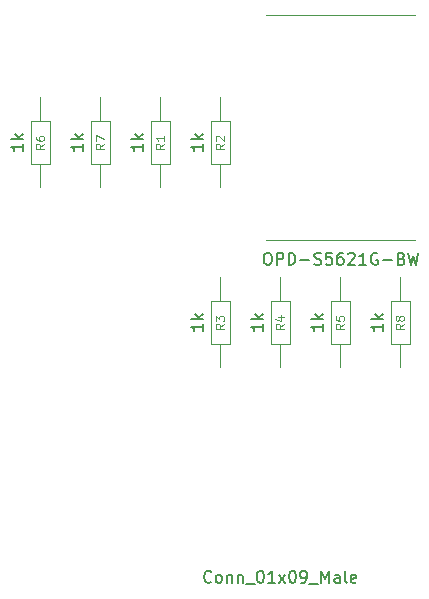
<source format=gbr>
%TF.GenerationSoftware,KiCad,Pcbnew,5.1.4-3.fc31*%
%TF.CreationDate,2019-11-08T16:10:22+01:00*%
%TF.ProjectId,LED_display,4c45445f-6469-4737-906c-61792e6b6963,rev?*%
%TF.SameCoordinates,PX76b1be0PY76b1be0*%
%TF.FileFunction,Other,Fab,Top*%
%FSLAX46Y46*%
G04 Gerber Fmt 4.6, Leading zero omitted, Abs format (unit mm)*
G04 Created by KiCad (PCBNEW 5.1.4-3.fc31) date 2019-11-08 16:10:22*
%MOMM*%
%LPD*%
G04 APERTURE LIST*
%ADD10C,0.100000*%
%ADD11C,0.120000*%
%ADD12C,0.150000*%
%ADD13C,0.108000*%
G04 APERTURE END LIST*
D10*
%TO.C,R1*%
X15240000Y35560000D02*
X15240000Y37570000D01*
X15240000Y43180000D02*
X15240000Y41170000D01*
X16040000Y37570000D02*
X16040000Y41170000D01*
X14440000Y37570000D02*
X16040000Y37570000D01*
X14440000Y41170000D02*
X14440000Y37570000D01*
X16040000Y41170000D02*
X14440000Y41170000D01*
%TO.C,R2*%
X20320000Y35560000D02*
X20320000Y37570000D01*
X20320000Y43180000D02*
X20320000Y41170000D01*
X21120000Y37570000D02*
X21120000Y41170000D01*
X19520000Y37570000D02*
X21120000Y37570000D01*
X19520000Y41170000D02*
X19520000Y37570000D01*
X21120000Y41170000D02*
X19520000Y41170000D01*
%TO.C,R3*%
X20320000Y20320000D02*
X20320000Y22330000D01*
X20320000Y27940000D02*
X20320000Y25930000D01*
X21120000Y22330000D02*
X21120000Y25930000D01*
X19520000Y22330000D02*
X21120000Y22330000D01*
X19520000Y25930000D02*
X19520000Y22330000D01*
X21120000Y25930000D02*
X19520000Y25930000D01*
%TO.C,R4*%
X25400000Y20320000D02*
X25400000Y22330000D01*
X25400000Y27940000D02*
X25400000Y25930000D01*
X26200000Y22330000D02*
X26200000Y25930000D01*
X24600000Y22330000D02*
X26200000Y22330000D01*
X24600000Y25930000D02*
X24600000Y22330000D01*
X26200000Y25930000D02*
X24600000Y25930000D01*
%TO.C,R5*%
X30480000Y20320000D02*
X30480000Y22330000D01*
X30480000Y27940000D02*
X30480000Y25930000D01*
X31280000Y22330000D02*
X31280000Y25930000D01*
X29680000Y22330000D02*
X31280000Y22330000D01*
X29680000Y25930000D02*
X29680000Y22330000D01*
X31280000Y25930000D02*
X29680000Y25930000D01*
%TO.C,R6*%
X5080000Y35560000D02*
X5080000Y37570000D01*
X5080000Y43180000D02*
X5080000Y41170000D01*
X5880000Y37570000D02*
X5880000Y41170000D01*
X4280000Y37570000D02*
X5880000Y37570000D01*
X4280000Y41170000D02*
X4280000Y37570000D01*
X5880000Y41170000D02*
X4280000Y41170000D01*
%TO.C,R7*%
X10160000Y35560000D02*
X10160000Y37570000D01*
X10160000Y43180000D02*
X10160000Y41170000D01*
X10960000Y37570000D02*
X10960000Y41170000D01*
X9360000Y37570000D02*
X10960000Y37570000D01*
X9360000Y41170000D02*
X9360000Y37570000D01*
X10960000Y41170000D02*
X9360000Y41170000D01*
%TO.C,R8*%
X35560000Y20320000D02*
X35560000Y22330000D01*
X35560000Y27940000D02*
X35560000Y25930000D01*
X36360000Y22330000D02*
X36360000Y25930000D01*
X34760000Y22330000D02*
X36360000Y22330000D01*
X34760000Y25930000D02*
X34760000Y22330000D01*
X36360000Y25930000D02*
X34760000Y25930000D01*
D11*
%TO.C,U1*%
X24179200Y50140000D02*
X36779200Y50140000D01*
X24179200Y31140400D02*
X36779200Y31140400D01*
%TD*%
%TO.C,J1*%
D12*
X19566666Y2182858D02*
X19519047Y2135239D01*
X19376190Y2087620D01*
X19280952Y2087620D01*
X19138095Y2135239D01*
X19042857Y2230477D01*
X18995238Y2325715D01*
X18947619Y2516191D01*
X18947619Y2659048D01*
X18995238Y2849524D01*
X19042857Y2944762D01*
X19138095Y3040000D01*
X19280952Y3087620D01*
X19376190Y3087620D01*
X19519047Y3040000D01*
X19566666Y2992381D01*
X20138095Y2087620D02*
X20042857Y2135239D01*
X19995238Y2182858D01*
X19947619Y2278096D01*
X19947619Y2563810D01*
X19995238Y2659048D01*
X20042857Y2706667D01*
X20138095Y2754286D01*
X20280952Y2754286D01*
X20376190Y2706667D01*
X20423809Y2659048D01*
X20471428Y2563810D01*
X20471428Y2278096D01*
X20423809Y2182858D01*
X20376190Y2135239D01*
X20280952Y2087620D01*
X20138095Y2087620D01*
X20900000Y2754286D02*
X20900000Y2087620D01*
X20900000Y2659048D02*
X20947619Y2706667D01*
X21042857Y2754286D01*
X21185714Y2754286D01*
X21280952Y2706667D01*
X21328571Y2611429D01*
X21328571Y2087620D01*
X21804761Y2754286D02*
X21804761Y2087620D01*
X21804761Y2659048D02*
X21852380Y2706667D01*
X21947619Y2754286D01*
X22090476Y2754286D01*
X22185714Y2706667D01*
X22233333Y2611429D01*
X22233333Y2087620D01*
X22471428Y1992381D02*
X23233333Y1992381D01*
X23661904Y3087620D02*
X23757142Y3087620D01*
X23852380Y3040000D01*
X23900000Y2992381D01*
X23947619Y2897143D01*
X23995238Y2706667D01*
X23995238Y2468572D01*
X23947619Y2278096D01*
X23900000Y2182858D01*
X23852380Y2135239D01*
X23757142Y2087620D01*
X23661904Y2087620D01*
X23566666Y2135239D01*
X23519047Y2182858D01*
X23471428Y2278096D01*
X23423809Y2468572D01*
X23423809Y2706667D01*
X23471428Y2897143D01*
X23519047Y2992381D01*
X23566666Y3040000D01*
X23661904Y3087620D01*
X24947619Y2087620D02*
X24376190Y2087620D01*
X24661904Y2087620D02*
X24661904Y3087620D01*
X24566666Y2944762D01*
X24471428Y2849524D01*
X24376190Y2801905D01*
X25280952Y2087620D02*
X25804761Y2754286D01*
X25280952Y2754286D02*
X25804761Y2087620D01*
X26376190Y3087620D02*
X26471428Y3087620D01*
X26566666Y3040000D01*
X26614285Y2992381D01*
X26661904Y2897143D01*
X26709523Y2706667D01*
X26709523Y2468572D01*
X26661904Y2278096D01*
X26614285Y2182858D01*
X26566666Y2135239D01*
X26471428Y2087620D01*
X26376190Y2087620D01*
X26280952Y2135239D01*
X26233333Y2182858D01*
X26185714Y2278096D01*
X26138095Y2468572D01*
X26138095Y2706667D01*
X26185714Y2897143D01*
X26233333Y2992381D01*
X26280952Y3040000D01*
X26376190Y3087620D01*
X27185714Y2087620D02*
X27376190Y2087620D01*
X27471428Y2135239D01*
X27519047Y2182858D01*
X27614285Y2325715D01*
X27661904Y2516191D01*
X27661904Y2897143D01*
X27614285Y2992381D01*
X27566666Y3040000D01*
X27471428Y3087620D01*
X27280952Y3087620D01*
X27185714Y3040000D01*
X27138095Y2992381D01*
X27090476Y2897143D01*
X27090476Y2659048D01*
X27138095Y2563810D01*
X27185714Y2516191D01*
X27280952Y2468572D01*
X27471428Y2468572D01*
X27566666Y2516191D01*
X27614285Y2563810D01*
X27661904Y2659048D01*
X27852380Y1992381D02*
X28614285Y1992381D01*
X28852380Y2087620D02*
X28852380Y3087620D01*
X29185714Y2373334D01*
X29519047Y3087620D01*
X29519047Y2087620D01*
X30423809Y2087620D02*
X30423809Y2611429D01*
X30376190Y2706667D01*
X30280952Y2754286D01*
X30090476Y2754286D01*
X29995238Y2706667D01*
X30423809Y2135239D02*
X30328571Y2087620D01*
X30090476Y2087620D01*
X29995238Y2135239D01*
X29947619Y2230477D01*
X29947619Y2325715D01*
X29995238Y2420953D01*
X30090476Y2468572D01*
X30328571Y2468572D01*
X30423809Y2516191D01*
X31042857Y2087620D02*
X30947619Y2135239D01*
X30900000Y2230477D01*
X30900000Y3087620D01*
X31804761Y2135239D02*
X31709523Y2087620D01*
X31519047Y2087620D01*
X31423809Y2135239D01*
X31376190Y2230477D01*
X31376190Y2611429D01*
X31423809Y2706667D01*
X31519047Y2754286D01*
X31709523Y2754286D01*
X31804761Y2706667D01*
X31852380Y2611429D01*
X31852380Y2516191D01*
X31376190Y2420953D01*
%TO.C,R1*%
X13772380Y39250953D02*
X13772380Y38679524D01*
X13772380Y38965239D02*
X12772380Y38965239D01*
X12915238Y38870000D01*
X13010476Y38774762D01*
X13058095Y38679524D01*
X13772380Y39679524D02*
X12772380Y39679524D01*
X13391428Y39774762D02*
X13772380Y40060477D01*
X13105714Y40060477D02*
X13486666Y39679524D01*
D13*
X15565714Y39250000D02*
X15222857Y39010000D01*
X15565714Y38838572D02*
X14845714Y38838572D01*
X14845714Y39112858D01*
X14880000Y39181429D01*
X14914285Y39215715D01*
X14982857Y39250000D01*
X15085714Y39250000D01*
X15154285Y39215715D01*
X15188571Y39181429D01*
X15222857Y39112858D01*
X15222857Y38838572D01*
X15565714Y39935715D02*
X15565714Y39524286D01*
X15565714Y39730000D02*
X14845714Y39730000D01*
X14948571Y39661429D01*
X15017142Y39592858D01*
X15051428Y39524286D01*
%TO.C,R2*%
D12*
X18852380Y39250953D02*
X18852380Y38679524D01*
X18852380Y38965239D02*
X17852380Y38965239D01*
X17995238Y38870000D01*
X18090476Y38774762D01*
X18138095Y38679524D01*
X18852380Y39679524D02*
X17852380Y39679524D01*
X18471428Y39774762D02*
X18852380Y40060477D01*
X18185714Y40060477D02*
X18566666Y39679524D01*
D13*
X20645714Y39250000D02*
X20302857Y39010000D01*
X20645714Y38838572D02*
X19925714Y38838572D01*
X19925714Y39112858D01*
X19960000Y39181429D01*
X19994285Y39215715D01*
X20062857Y39250000D01*
X20165714Y39250000D01*
X20234285Y39215715D01*
X20268571Y39181429D01*
X20302857Y39112858D01*
X20302857Y38838572D01*
X19994285Y39524286D02*
X19960000Y39558572D01*
X19925714Y39627143D01*
X19925714Y39798572D01*
X19960000Y39867143D01*
X19994285Y39901429D01*
X20062857Y39935715D01*
X20131428Y39935715D01*
X20234285Y39901429D01*
X20645714Y39490000D01*
X20645714Y39935715D01*
%TO.C,R3*%
D12*
X18852380Y24010953D02*
X18852380Y23439524D01*
X18852380Y23725239D02*
X17852380Y23725239D01*
X17995238Y23630000D01*
X18090476Y23534762D01*
X18138095Y23439524D01*
X18852380Y24439524D02*
X17852380Y24439524D01*
X18471428Y24534762D02*
X18852380Y24820477D01*
X18185714Y24820477D02*
X18566666Y24439524D01*
D13*
X20645714Y24010000D02*
X20302857Y23770000D01*
X20645714Y23598572D02*
X19925714Y23598572D01*
X19925714Y23872858D01*
X19960000Y23941429D01*
X19994285Y23975715D01*
X20062857Y24010000D01*
X20165714Y24010000D01*
X20234285Y23975715D01*
X20268571Y23941429D01*
X20302857Y23872858D01*
X20302857Y23598572D01*
X19925714Y24250000D02*
X19925714Y24695715D01*
X20200000Y24455715D01*
X20200000Y24558572D01*
X20234285Y24627143D01*
X20268571Y24661429D01*
X20337142Y24695715D01*
X20508571Y24695715D01*
X20577142Y24661429D01*
X20611428Y24627143D01*
X20645714Y24558572D01*
X20645714Y24352858D01*
X20611428Y24284286D01*
X20577142Y24250000D01*
%TO.C,R4*%
D12*
X23932380Y24010953D02*
X23932380Y23439524D01*
X23932380Y23725239D02*
X22932380Y23725239D01*
X23075238Y23630000D01*
X23170476Y23534762D01*
X23218095Y23439524D01*
X23932380Y24439524D02*
X22932380Y24439524D01*
X23551428Y24534762D02*
X23932380Y24820477D01*
X23265714Y24820477D02*
X23646666Y24439524D01*
D13*
X25725714Y24010000D02*
X25382857Y23770000D01*
X25725714Y23598572D02*
X25005714Y23598572D01*
X25005714Y23872858D01*
X25040000Y23941429D01*
X25074285Y23975715D01*
X25142857Y24010000D01*
X25245714Y24010000D01*
X25314285Y23975715D01*
X25348571Y23941429D01*
X25382857Y23872858D01*
X25382857Y23598572D01*
X25245714Y24627143D02*
X25725714Y24627143D01*
X24971428Y24455715D02*
X25485714Y24284286D01*
X25485714Y24730000D01*
%TO.C,R5*%
D12*
X29012380Y24010953D02*
X29012380Y23439524D01*
X29012380Y23725239D02*
X28012380Y23725239D01*
X28155238Y23630000D01*
X28250476Y23534762D01*
X28298095Y23439524D01*
X29012380Y24439524D02*
X28012380Y24439524D01*
X28631428Y24534762D02*
X29012380Y24820477D01*
X28345714Y24820477D02*
X28726666Y24439524D01*
D13*
X30805714Y24010000D02*
X30462857Y23770000D01*
X30805714Y23598572D02*
X30085714Y23598572D01*
X30085714Y23872858D01*
X30120000Y23941429D01*
X30154285Y23975715D01*
X30222857Y24010000D01*
X30325714Y24010000D01*
X30394285Y23975715D01*
X30428571Y23941429D01*
X30462857Y23872858D01*
X30462857Y23598572D01*
X30085714Y24661429D02*
X30085714Y24318572D01*
X30428571Y24284286D01*
X30394285Y24318572D01*
X30360000Y24387143D01*
X30360000Y24558572D01*
X30394285Y24627143D01*
X30428571Y24661429D01*
X30497142Y24695715D01*
X30668571Y24695715D01*
X30737142Y24661429D01*
X30771428Y24627143D01*
X30805714Y24558572D01*
X30805714Y24387143D01*
X30771428Y24318572D01*
X30737142Y24284286D01*
%TO.C,R6*%
D12*
X3612380Y39250953D02*
X3612380Y38679524D01*
X3612380Y38965239D02*
X2612380Y38965239D01*
X2755238Y38870000D01*
X2850476Y38774762D01*
X2898095Y38679524D01*
X3612380Y39679524D02*
X2612380Y39679524D01*
X3231428Y39774762D02*
X3612380Y40060477D01*
X2945714Y40060477D02*
X3326666Y39679524D01*
D13*
X5405714Y39250000D02*
X5062857Y39010000D01*
X5405714Y38838572D02*
X4685714Y38838572D01*
X4685714Y39112858D01*
X4720000Y39181429D01*
X4754285Y39215715D01*
X4822857Y39250000D01*
X4925714Y39250000D01*
X4994285Y39215715D01*
X5028571Y39181429D01*
X5062857Y39112858D01*
X5062857Y38838572D01*
X4685714Y39867143D02*
X4685714Y39730000D01*
X4720000Y39661429D01*
X4754285Y39627143D01*
X4857142Y39558572D01*
X4994285Y39524286D01*
X5268571Y39524286D01*
X5337142Y39558572D01*
X5371428Y39592858D01*
X5405714Y39661429D01*
X5405714Y39798572D01*
X5371428Y39867143D01*
X5337142Y39901429D01*
X5268571Y39935715D01*
X5097142Y39935715D01*
X5028571Y39901429D01*
X4994285Y39867143D01*
X4960000Y39798572D01*
X4960000Y39661429D01*
X4994285Y39592858D01*
X5028571Y39558572D01*
X5097142Y39524286D01*
%TO.C,R7*%
D12*
X8692380Y39250953D02*
X8692380Y38679524D01*
X8692380Y38965239D02*
X7692380Y38965239D01*
X7835238Y38870000D01*
X7930476Y38774762D01*
X7978095Y38679524D01*
X8692380Y39679524D02*
X7692380Y39679524D01*
X8311428Y39774762D02*
X8692380Y40060477D01*
X8025714Y40060477D02*
X8406666Y39679524D01*
D13*
X10485714Y39250000D02*
X10142857Y39010000D01*
X10485714Y38838572D02*
X9765714Y38838572D01*
X9765714Y39112858D01*
X9800000Y39181429D01*
X9834285Y39215715D01*
X9902857Y39250000D01*
X10005714Y39250000D01*
X10074285Y39215715D01*
X10108571Y39181429D01*
X10142857Y39112858D01*
X10142857Y38838572D01*
X9765714Y39490000D02*
X9765714Y39970000D01*
X10485714Y39661429D01*
%TO.C,R8*%
D12*
X34092380Y24010953D02*
X34092380Y23439524D01*
X34092380Y23725239D02*
X33092380Y23725239D01*
X33235238Y23630000D01*
X33330476Y23534762D01*
X33378095Y23439524D01*
X34092380Y24439524D02*
X33092380Y24439524D01*
X33711428Y24534762D02*
X34092380Y24820477D01*
X33425714Y24820477D02*
X33806666Y24439524D01*
D13*
X35885714Y24010000D02*
X35542857Y23770000D01*
X35885714Y23598572D02*
X35165714Y23598572D01*
X35165714Y23872858D01*
X35200000Y23941429D01*
X35234285Y23975715D01*
X35302857Y24010000D01*
X35405714Y24010000D01*
X35474285Y23975715D01*
X35508571Y23941429D01*
X35542857Y23872858D01*
X35542857Y23598572D01*
X35474285Y24421429D02*
X35440000Y24352858D01*
X35405714Y24318572D01*
X35337142Y24284286D01*
X35302857Y24284286D01*
X35234285Y24318572D01*
X35200000Y24352858D01*
X35165714Y24421429D01*
X35165714Y24558572D01*
X35200000Y24627143D01*
X35234285Y24661429D01*
X35302857Y24695715D01*
X35337142Y24695715D01*
X35405714Y24661429D01*
X35440000Y24627143D01*
X35474285Y24558572D01*
X35474285Y24421429D01*
X35508571Y24352858D01*
X35542857Y24318572D01*
X35611428Y24284286D01*
X35748571Y24284286D01*
X35817142Y24318572D01*
X35851428Y24352858D01*
X35885714Y24421429D01*
X35885714Y24558572D01*
X35851428Y24627143D01*
X35817142Y24661429D01*
X35748571Y24695715D01*
X35611428Y24695715D01*
X35542857Y24661429D01*
X35508571Y24627143D01*
X35474285Y24558572D01*
%TO.C,U1*%
D12*
X24245085Y30011620D02*
X24435561Y30011620D01*
X24530800Y29964000D01*
X24626038Y29868762D01*
X24673657Y29678286D01*
X24673657Y29344953D01*
X24626038Y29154477D01*
X24530800Y29059239D01*
X24435561Y29011620D01*
X24245085Y29011620D01*
X24149847Y29059239D01*
X24054609Y29154477D01*
X24006990Y29344953D01*
X24006990Y29678286D01*
X24054609Y29868762D01*
X24149847Y29964000D01*
X24245085Y30011620D01*
X25102228Y29011620D02*
X25102228Y30011620D01*
X25483180Y30011620D01*
X25578419Y29964000D01*
X25626038Y29916381D01*
X25673657Y29821143D01*
X25673657Y29678286D01*
X25626038Y29583048D01*
X25578419Y29535429D01*
X25483180Y29487810D01*
X25102228Y29487810D01*
X26102228Y29011620D02*
X26102228Y30011620D01*
X26340323Y30011620D01*
X26483180Y29964000D01*
X26578419Y29868762D01*
X26626038Y29773524D01*
X26673657Y29583048D01*
X26673657Y29440191D01*
X26626038Y29249715D01*
X26578419Y29154477D01*
X26483180Y29059239D01*
X26340323Y29011620D01*
X26102228Y29011620D01*
X27102228Y29392572D02*
X27864133Y29392572D01*
X28292704Y29059239D02*
X28435561Y29011620D01*
X28673657Y29011620D01*
X28768895Y29059239D01*
X28816514Y29106858D01*
X28864133Y29202096D01*
X28864133Y29297334D01*
X28816514Y29392572D01*
X28768895Y29440191D01*
X28673657Y29487810D01*
X28483180Y29535429D01*
X28387942Y29583048D01*
X28340323Y29630667D01*
X28292704Y29725905D01*
X28292704Y29821143D01*
X28340323Y29916381D01*
X28387942Y29964000D01*
X28483180Y30011620D01*
X28721276Y30011620D01*
X28864133Y29964000D01*
X29768895Y30011620D02*
X29292704Y30011620D01*
X29245085Y29535429D01*
X29292704Y29583048D01*
X29387942Y29630667D01*
X29626038Y29630667D01*
X29721276Y29583048D01*
X29768895Y29535429D01*
X29816514Y29440191D01*
X29816514Y29202096D01*
X29768895Y29106858D01*
X29721276Y29059239D01*
X29626038Y29011620D01*
X29387942Y29011620D01*
X29292704Y29059239D01*
X29245085Y29106858D01*
X30673657Y30011620D02*
X30483180Y30011620D01*
X30387942Y29964000D01*
X30340323Y29916381D01*
X30245085Y29773524D01*
X30197466Y29583048D01*
X30197466Y29202096D01*
X30245085Y29106858D01*
X30292704Y29059239D01*
X30387942Y29011620D01*
X30578419Y29011620D01*
X30673657Y29059239D01*
X30721276Y29106858D01*
X30768895Y29202096D01*
X30768895Y29440191D01*
X30721276Y29535429D01*
X30673657Y29583048D01*
X30578419Y29630667D01*
X30387942Y29630667D01*
X30292704Y29583048D01*
X30245085Y29535429D01*
X30197466Y29440191D01*
X31149847Y29916381D02*
X31197466Y29964000D01*
X31292704Y30011620D01*
X31530800Y30011620D01*
X31626038Y29964000D01*
X31673657Y29916381D01*
X31721276Y29821143D01*
X31721276Y29725905D01*
X31673657Y29583048D01*
X31102228Y29011620D01*
X31721276Y29011620D01*
X32673657Y29011620D02*
X32102228Y29011620D01*
X32387942Y29011620D02*
X32387942Y30011620D01*
X32292704Y29868762D01*
X32197466Y29773524D01*
X32102228Y29725905D01*
X33626038Y29964000D02*
X33530800Y30011620D01*
X33387942Y30011620D01*
X33245085Y29964000D01*
X33149847Y29868762D01*
X33102228Y29773524D01*
X33054609Y29583048D01*
X33054609Y29440191D01*
X33102228Y29249715D01*
X33149847Y29154477D01*
X33245085Y29059239D01*
X33387942Y29011620D01*
X33483180Y29011620D01*
X33626038Y29059239D01*
X33673657Y29106858D01*
X33673657Y29440191D01*
X33483180Y29440191D01*
X34102228Y29392572D02*
X34864133Y29392572D01*
X35673657Y29535429D02*
X35816514Y29487810D01*
X35864133Y29440191D01*
X35911752Y29344953D01*
X35911752Y29202096D01*
X35864133Y29106858D01*
X35816514Y29059239D01*
X35721276Y29011620D01*
X35340323Y29011620D01*
X35340323Y30011620D01*
X35673657Y30011620D01*
X35768895Y29964000D01*
X35816514Y29916381D01*
X35864133Y29821143D01*
X35864133Y29725905D01*
X35816514Y29630667D01*
X35768895Y29583048D01*
X35673657Y29535429D01*
X35340323Y29535429D01*
X36245085Y30011620D02*
X36483180Y29011620D01*
X36673657Y29725905D01*
X36864133Y29011620D01*
X37102228Y30011620D01*
%TD*%
M02*

</source>
